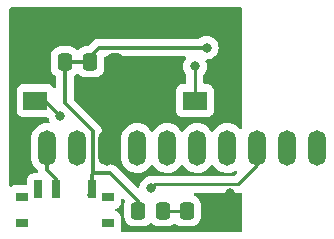
<source format=gbr>
%TF.GenerationSoftware,KiCad,Pcbnew,7.0.2-1.fc38*%
%TF.CreationDate,2023-05-30T15:06:55+02:00*%
%TF.ProjectId,marauder_mini_pcb,6d617261-7564-4657-925f-6d696e695f70,rev?*%
%TF.SameCoordinates,Original*%
%TF.FileFunction,Copper,L2,Bot*%
%TF.FilePolarity,Positive*%
%FSLAX46Y46*%
G04 Gerber Fmt 4.6, Leading zero omitted, Abs format (unit mm)*
G04 Created by KiCad (PCBNEW 7.0.2-1.fc38) date 2023-05-30 15:06:55*
%MOMM*%
%LPD*%
G01*
G04 APERTURE LIST*
G04 Aperture macros list*
%AMRoundRect*
0 Rectangle with rounded corners*
0 $1 Rounding radius*
0 $2 $3 $4 $5 $6 $7 $8 $9 X,Y pos of 4 corners*
0 Add a 4 corners polygon primitive as box body*
4,1,4,$2,$3,$4,$5,$6,$7,$8,$9,$2,$3,0*
0 Add four circle primitives for the rounded corners*
1,1,$1+$1,$2,$3*
1,1,$1+$1,$4,$5*
1,1,$1+$1,$6,$7*
1,1,$1+$1,$8,$9*
0 Add four rect primitives between the rounded corners*
20,1,$1+$1,$2,$3,$4,$5,0*
20,1,$1+$1,$4,$5,$6,$7,0*
20,1,$1+$1,$6,$7,$8,$9,0*
20,1,$1+$1,$8,$9,$2,$3,0*%
G04 Aperture macros list end*
%TA.AperFunction,ComponentPad*%
%ADD10O,1.500000X3.000000*%
%TD*%
%TA.AperFunction,SMDPad,CuDef*%
%ADD11R,2.000000X1.600000*%
%TD*%
%TA.AperFunction,SMDPad,CuDef*%
%ADD12RoundRect,0.250000X0.337500X0.475000X-0.337500X0.475000X-0.337500X-0.475000X0.337500X-0.475000X0*%
%TD*%
%TA.AperFunction,SMDPad,CuDef*%
%ADD13R,1.000000X0.800000*%
%TD*%
%TA.AperFunction,SMDPad,CuDef*%
%ADD14R,0.700000X1.500000*%
%TD*%
%TA.AperFunction,SMDPad,CuDef*%
%ADD15RoundRect,0.250000X-0.337500X-0.475000X0.337500X-0.475000X0.337500X0.475000X-0.337500X0.475000X0*%
%TD*%
%TA.AperFunction,ViaPad*%
%ADD16C,0.800000*%
%TD*%
%TA.AperFunction,Conductor*%
%ADD17C,0.250000*%
%TD*%
%TA.AperFunction,Conductor*%
%ADD18C,0.300000*%
%TD*%
G04 APERTURE END LIST*
D10*
%TO.P,J1,1,Pin_1*%
%TO.N,unconnected-(J1-Pin_1-Pad1)*%
X76560000Y-62400000D03*
%TO.P,J1,2,Pin_2*%
%TO.N,unconnected-(J1-Pin_2-Pad2)*%
X74020000Y-62400000D03*
%TO.P,J1,3,Pin_3*%
%TO.N,Net-(J1-Pin_3)*%
X71480000Y-62400000D03*
%TO.P,J1,4,Pin_4*%
%TO.N,Net-(J1-Pin_4)*%
X68940000Y-62400000D03*
%TO.P,J1,5,Pin_5*%
%TO.N,Net-(J1-Pin_5)*%
X66400000Y-62400000D03*
%TO.P,J1,6,Pin_6*%
%TO.N,Net-(J1-Pin_6)*%
X63860000Y-62400000D03*
%TO.P,J1,7,Pin_7*%
%TO.N,unconnected-(J1-Pin_7-Pad7)*%
X61320000Y-62400000D03*
%TO.P,J1,8,Pin_8*%
%TO.N,GND*%
X58780000Y-62400000D03*
%TO.P,J1,9,Pin_9*%
%TO.N,unconnected-(J1-Pin_9-Pad9)*%
X56240000Y-62400000D03*
%TO.P,J1,10,Pin_10*%
%TO.N,Net-(J1-Pin_10)*%
X53700000Y-62400000D03*
%TD*%
D11*
%TO.P,SW3,1,1*%
%TO.N,GND*%
X60800000Y-58400000D03*
%TO.P,SW3,2,2*%
%TO.N,Net-(U1-EN)*%
X66200000Y-58400000D03*
%TD*%
D12*
%TO.P,LED,1,K*%
%TO.N,GND*%
X67575000Y-67700000D03*
%TO.P,LED,2,A*%
%TO.N,Net-(D1-A)*%
X65500000Y-67700000D03*
%TD*%
D11*
%TO.P,SW2,1,1*%
%TO.N,Net-(U1-IO0)*%
X52700000Y-58400000D03*
%TO.P,SW2,2,2*%
%TO.N,GND*%
X58100000Y-58400000D03*
%TD*%
D12*
%TO.P,C1,1*%
%TO.N,Net-(SW1-A)*%
X55200000Y-55100000D03*
%TO.P,C1,2*%
%TO.N,GND*%
X53125000Y-55100000D03*
%TD*%
D13*
%TO.P,SW1,*%
%TO.N,*%
X58850000Y-68760000D03*
X58850000Y-66550000D03*
X51550000Y-68760000D03*
X51550000Y-66550000D03*
D14*
%TO.P,SW1,1,A*%
%TO.N,Net-(SW1-A)*%
X57450000Y-65900000D03*
%TO.P,SW1,2,B*%
%TO.N,Net-(J1-Pin_10)*%
X54450000Y-65900000D03*
%TO.P,SW1,3,C*%
%TO.N,unconnected-(SW1-C-Pad3)*%
X52950000Y-65900000D03*
%TD*%
D15*
%TO.P,C2,1*%
%TO.N,Net-(SW1-A)*%
X57325000Y-55100000D03*
%TO.P,C2,2*%
%TO.N,GND*%
X59400000Y-55100000D03*
%TD*%
D12*
%TO.P,R1,1*%
%TO.N,Net-(D1-A)*%
X63500000Y-67700000D03*
%TO.P,R1,2*%
%TO.N,Net-(SW1-A)*%
X61425000Y-67700000D03*
%TD*%
D16*
%TO.N,GND*%
X62300000Y-55300000D03*
X69200000Y-66200000D03*
X53100000Y-53400000D03*
%TO.N,Net-(J1-Pin_3)*%
X62500000Y-65800000D03*
%TO.N,Net-(SW1-A)*%
X67200000Y-53900000D03*
%TO.N,Net-(U1-IO0)*%
X54800000Y-59700000D03*
%TO.N,Net-(U1-EN)*%
X66200000Y-55500000D03*
%TD*%
D17*
%TO.N,Net-(D1-A)*%
X63500000Y-67700000D02*
X65500000Y-67700000D01*
D18*
%TO.N,Net-(J1-Pin_10)*%
X53700000Y-64300000D02*
X53700000Y-62400000D01*
X54450000Y-65900000D02*
X54450000Y-65050000D01*
X54450000Y-65050000D02*
X53700000Y-64300000D01*
D17*
%TO.N,Net-(J1-Pin_3)*%
X71480000Y-63820000D02*
X71480000Y-62400000D01*
X62500000Y-65800000D02*
X62825000Y-65475000D01*
X69825000Y-65475000D02*
X71480000Y-63820000D01*
X71480000Y-62400000D02*
X71480000Y-61480000D01*
X62825000Y-65475000D02*
X69825000Y-65475000D01*
D18*
%TO.N,Net-(SW1-A)*%
X57600000Y-64540000D02*
X57450000Y-64690000D01*
X57600000Y-64540000D02*
X57600000Y-61000000D01*
X57325000Y-54675000D02*
X57325000Y-55100000D01*
X55200000Y-55100000D02*
X57325000Y-55100000D01*
X58100000Y-53900000D02*
X57325000Y-54675000D01*
X55200000Y-58600000D02*
X55200000Y-55100000D01*
X57450000Y-64690000D02*
X57450000Y-65900000D01*
X57600000Y-61000000D02*
X55200000Y-58600000D01*
X61425000Y-66925000D02*
X61425000Y-67700000D01*
X67200000Y-53900000D02*
X58100000Y-53900000D01*
X57600000Y-64540000D02*
X59040000Y-64540000D01*
X59040000Y-64540000D02*
X61425000Y-66925000D01*
X57250000Y-66340000D02*
X57340000Y-66250000D01*
D17*
%TO.N,Net-(U1-IO0)*%
X53500000Y-58400000D02*
X54800000Y-59700000D01*
X52700000Y-58400000D02*
X53500000Y-58400000D01*
%TO.N,Net-(U1-EN)*%
X66200000Y-58400000D02*
X66200000Y-55500000D01*
%TD*%
%TA.AperFunction,Conductor*%
%TO.N,GND*%
G36*
X70143039Y-50519685D02*
G01*
X70188794Y-50572489D01*
X70200000Y-50624000D01*
X70200000Y-60701663D01*
X70180315Y-60768702D01*
X70127511Y-60814457D01*
X70058353Y-60824401D01*
X69994797Y-60795376D01*
X69986385Y-60786050D01*
X69986166Y-60786270D01*
X69811404Y-60611508D01*
X69811401Y-60611505D01*
X69617830Y-60475965D01*
X69403663Y-60376097D01*
X69342501Y-60359709D01*
X69175407Y-60314936D01*
X68940000Y-60294340D01*
X68704592Y-60314936D01*
X68476336Y-60376097D01*
X68262170Y-60475965D01*
X68068598Y-60611505D01*
X67901505Y-60778598D01*
X67771575Y-60964159D01*
X67716998Y-61007784D01*
X67647500Y-61014978D01*
X67585145Y-60983455D01*
X67568425Y-60964159D01*
X67485654Y-60845949D01*
X67438495Y-60778599D01*
X67271401Y-60611505D01*
X67077830Y-60475965D01*
X66863663Y-60376097D01*
X66802501Y-60359709D01*
X66635407Y-60314936D01*
X66400000Y-60294340D01*
X66164592Y-60314936D01*
X65936336Y-60376097D01*
X65722170Y-60475965D01*
X65528598Y-60611505D01*
X65361505Y-60778598D01*
X65231575Y-60964159D01*
X65176998Y-61007784D01*
X65107500Y-61014978D01*
X65045145Y-60983455D01*
X65028425Y-60964159D01*
X64945654Y-60845949D01*
X64898495Y-60778599D01*
X64731401Y-60611505D01*
X64537830Y-60475965D01*
X64323663Y-60376097D01*
X64262501Y-60359709D01*
X64095407Y-60314936D01*
X63859999Y-60294340D01*
X63624592Y-60314936D01*
X63396336Y-60376097D01*
X63182170Y-60475965D01*
X62988598Y-60611505D01*
X62821505Y-60778598D01*
X62691575Y-60964159D01*
X62636998Y-61007784D01*
X62567500Y-61014978D01*
X62505145Y-60983455D01*
X62488425Y-60964159D01*
X62405654Y-60845949D01*
X62358495Y-60778599D01*
X62191401Y-60611505D01*
X61997830Y-60475965D01*
X61783663Y-60376097D01*
X61722501Y-60359709D01*
X61555407Y-60314936D01*
X61320000Y-60294340D01*
X61084592Y-60314936D01*
X60856336Y-60376097D01*
X60642170Y-60475965D01*
X60448598Y-60611505D01*
X60281505Y-60778598D01*
X60145965Y-60972170D01*
X60046097Y-61186336D01*
X59984936Y-61414592D01*
X59969736Y-61588332D01*
X59969500Y-61591034D01*
X59969500Y-63208966D01*
X59969735Y-63211659D01*
X59969736Y-63211667D01*
X59984936Y-63385407D01*
X60046097Y-63613662D01*
X60046097Y-63613663D01*
X60145965Y-63827829D01*
X60281505Y-64021401D01*
X60448599Y-64188495D01*
X60642170Y-64324035D01*
X60856337Y-64423903D01*
X61044256Y-64474255D01*
X61084592Y-64485063D01*
X61319999Y-64505659D01*
X61319999Y-64505658D01*
X61320000Y-64505659D01*
X61555408Y-64485063D01*
X61783663Y-64423903D01*
X61997829Y-64324035D01*
X62191401Y-64188495D01*
X62358495Y-64021401D01*
X62488426Y-63835838D01*
X62543002Y-63792215D01*
X62612500Y-63785021D01*
X62674855Y-63816544D01*
X62691571Y-63835836D01*
X62821505Y-64021401D01*
X62988599Y-64188495D01*
X63182170Y-64324035D01*
X63396337Y-64423903D01*
X63584256Y-64474255D01*
X63624592Y-64485063D01*
X63817853Y-64501972D01*
X63859656Y-64518323D01*
X63878019Y-64506523D01*
X63902147Y-64501972D01*
X64065001Y-64487723D01*
X64095408Y-64485063D01*
X64323663Y-64423903D01*
X64537829Y-64324035D01*
X64731401Y-64188495D01*
X64898495Y-64021401D01*
X65028426Y-63835840D01*
X65083002Y-63792216D01*
X65152500Y-63785022D01*
X65214855Y-63816545D01*
X65231575Y-63835841D01*
X65361504Y-64021401D01*
X65361505Y-64021401D01*
X65528599Y-64188495D01*
X65722170Y-64324035D01*
X65936337Y-64423903D01*
X66124256Y-64474255D01*
X66164592Y-64485063D01*
X66357853Y-64501972D01*
X66399656Y-64518323D01*
X66418019Y-64506523D01*
X66442147Y-64501972D01*
X66605001Y-64487723D01*
X66635408Y-64485063D01*
X66863663Y-64423903D01*
X67077829Y-64324035D01*
X67271401Y-64188495D01*
X67438495Y-64021401D01*
X67568426Y-63835838D01*
X67623002Y-63792215D01*
X67692500Y-63785021D01*
X67754855Y-63816544D01*
X67771571Y-63835836D01*
X67901505Y-64021401D01*
X68068599Y-64188495D01*
X68262170Y-64324035D01*
X68476337Y-64423903D01*
X68664256Y-64474255D01*
X68704592Y-64485063D01*
X68897853Y-64501972D01*
X68939656Y-64518323D01*
X68958019Y-64506523D01*
X68982147Y-64501972D01*
X69145001Y-64487723D01*
X69175408Y-64485063D01*
X69403663Y-64423903D01*
X69602798Y-64331044D01*
X69671870Y-64320553D01*
X69735654Y-64349072D01*
X69773894Y-64407548D01*
X69774449Y-64477416D01*
X69742880Y-64531108D01*
X69692645Y-64581344D01*
X69560806Y-64713182D01*
X69499486Y-64746666D01*
X69473127Y-64749500D01*
X68992954Y-64749500D01*
X68937713Y-64733279D01*
X68911478Y-64747069D01*
X68887046Y-64749500D01*
X66452954Y-64749500D01*
X66397713Y-64733279D01*
X66371478Y-64747069D01*
X66347046Y-64749500D01*
X63912954Y-64749500D01*
X63857713Y-64733279D01*
X63831478Y-64747069D01*
X63807046Y-64749500D01*
X62886887Y-64749500D01*
X62868917Y-64748191D01*
X62856287Y-64746341D01*
X62846244Y-64744870D01*
X62846243Y-64744870D01*
X62798716Y-64749028D01*
X62787909Y-64749500D01*
X62782744Y-64749500D01*
X62779183Y-64749916D01*
X62779168Y-64749917D01*
X62753041Y-64752971D01*
X62749456Y-64753337D01*
X62675758Y-64759785D01*
X62657997Y-64763722D01*
X62588498Y-64789017D01*
X62585099Y-64790199D01*
X62580208Y-64791820D01*
X62529046Y-64797519D01*
X62500001Y-64794658D01*
X62303866Y-64813976D01*
X62115273Y-64871185D01*
X61941463Y-64964089D01*
X61789117Y-65089117D01*
X61664089Y-65241463D01*
X61571185Y-65415273D01*
X61513976Y-65603866D01*
X61508405Y-65660427D01*
X61482244Y-65725214D01*
X61425209Y-65765573D01*
X61355409Y-65768689D01*
X61297321Y-65735953D01*
X59615728Y-64054360D01*
X59603946Y-64040727D01*
X59589609Y-64021469D01*
X59551666Y-63989631D01*
X59543691Y-63982323D01*
X59542329Y-63980961D01*
X59539777Y-63978409D01*
X59515444Y-63959169D01*
X59512647Y-63956890D01*
X59454251Y-63907890D01*
X59437821Y-63897422D01*
X59368691Y-63865186D01*
X59365447Y-63863615D01*
X59297306Y-63829394D01*
X59278903Y-63822997D01*
X59204211Y-63807574D01*
X59200692Y-63806794D01*
X59126490Y-63789208D01*
X59107121Y-63787229D01*
X59030869Y-63789448D01*
X59027263Y-63789500D01*
X58474500Y-63789500D01*
X58407461Y-63769815D01*
X58361706Y-63717011D01*
X58350500Y-63665500D01*
X58350500Y-61063705D01*
X58351809Y-61045735D01*
X58355289Y-61021977D01*
X58350970Y-60972623D01*
X58350499Y-60961804D01*
X58350500Y-60956291D01*
X58346903Y-60925520D01*
X58346536Y-60921929D01*
X58339889Y-60845949D01*
X58335672Y-60826930D01*
X58331132Y-60814457D01*
X58309591Y-60755273D01*
X58308408Y-60751868D01*
X58292990Y-60705341D01*
X58284814Y-60680666D01*
X58284812Y-60680663D01*
X58284415Y-60679464D01*
X58275929Y-60661936D01*
X58275237Y-60660884D01*
X58275237Y-60660883D01*
X58234001Y-60598188D01*
X58232086Y-60595181D01*
X58192712Y-60531345D01*
X58192711Y-60531344D01*
X58192048Y-60530269D01*
X58179748Y-60515170D01*
X58124272Y-60462831D01*
X58121685Y-60460318D01*
X55986819Y-58325451D01*
X55953334Y-58264128D01*
X55950500Y-58237770D01*
X55950500Y-56393646D01*
X55970185Y-56326607D01*
X55996812Y-56296999D01*
X55998248Y-56295844D01*
X55998253Y-56295842D01*
X56142440Y-56179940D01*
X56165853Y-56150812D01*
X56223196Y-56110894D01*
X56293018Y-56108314D01*
X56353151Y-56143893D01*
X56359144Y-56150809D01*
X56382560Y-56179940D01*
X56526747Y-56295842D01*
X56692479Y-56378037D01*
X56872005Y-56422683D01*
X56913546Y-56425500D01*
X56915644Y-56425500D01*
X57734356Y-56425500D01*
X57736454Y-56425500D01*
X57777995Y-56422683D01*
X57957521Y-56378037D01*
X58123253Y-56295842D01*
X58267440Y-56179940D01*
X58383342Y-56035753D01*
X58465537Y-55870021D01*
X58510183Y-55690495D01*
X58513000Y-55648954D01*
X58513000Y-54774499D01*
X58532685Y-54707461D01*
X58585489Y-54661706D01*
X58637000Y-54650500D01*
X65340701Y-54650500D01*
X65407740Y-54670185D01*
X65453495Y-54722989D01*
X65463439Y-54792147D01*
X65436554Y-54853165D01*
X65364089Y-54941462D01*
X65271185Y-55115273D01*
X65213976Y-55303866D01*
X65194659Y-55500000D01*
X65213976Y-55696133D01*
X65271185Y-55884726D01*
X65364089Y-56058537D01*
X65446353Y-56158775D01*
X65473666Y-56223085D01*
X65474500Y-56237440D01*
X65474499Y-56875500D01*
X65454814Y-56942540D01*
X65402010Y-56988294D01*
X65350500Y-56999500D01*
X65164694Y-56999500D01*
X65164678Y-56999500D01*
X65160640Y-56999501D01*
X65156627Y-57000029D01*
X65156615Y-57000030D01*
X65043239Y-57014955D01*
X64897158Y-57075464D01*
X64771717Y-57171717D01*
X64675463Y-57297159D01*
X64614956Y-57443237D01*
X64614956Y-57443238D01*
X64599500Y-57560639D01*
X64599500Y-57564691D01*
X64599500Y-57564692D01*
X64599500Y-59235305D01*
X64599500Y-59235320D01*
X64599501Y-59239360D01*
X64600029Y-59243373D01*
X64600030Y-59243384D01*
X64614955Y-59356760D01*
X64675464Y-59502841D01*
X64771717Y-59628282D01*
X64897158Y-59724535D01*
X64897159Y-59724536D01*
X65043238Y-59785044D01*
X65160639Y-59800500D01*
X67239360Y-59800499D01*
X67356762Y-59785044D01*
X67502841Y-59724536D01*
X67628282Y-59628282D01*
X67724536Y-59502841D01*
X67785044Y-59356762D01*
X67800500Y-59239361D01*
X67800499Y-57560640D01*
X67785044Y-57443238D01*
X67724536Y-57297159D01*
X67669201Y-57225045D01*
X67628282Y-57171717D01*
X67502840Y-57075463D01*
X67356762Y-57014956D01*
X67243380Y-57000029D01*
X67243378Y-57000028D01*
X67239361Y-56999500D01*
X67235308Y-56999500D01*
X67049500Y-56999500D01*
X66982461Y-56979815D01*
X66936706Y-56927011D01*
X66925500Y-56875500D01*
X66925500Y-56237440D01*
X66945185Y-56170401D01*
X66953647Y-56158775D01*
X66992942Y-56110894D01*
X67035910Y-56058538D01*
X67128814Y-55884727D01*
X67186024Y-55696132D01*
X67205341Y-55500000D01*
X67186024Y-55303868D01*
X67128814Y-55115273D01*
X67113254Y-55086163D01*
X67099014Y-55017763D01*
X67124014Y-54952519D01*
X67180320Y-54911149D01*
X67210455Y-54904311D01*
X67396132Y-54886024D01*
X67584727Y-54828814D01*
X67758538Y-54735910D01*
X67910883Y-54610883D01*
X68035910Y-54458538D01*
X68128814Y-54284727D01*
X68186024Y-54096132D01*
X68205341Y-53900000D01*
X68186024Y-53703868D01*
X68128814Y-53515273D01*
X68035910Y-53341462D01*
X67910883Y-53189117D01*
X67758538Y-53064090D01*
X67736091Y-53052092D01*
X67584726Y-52971185D01*
X67396133Y-52913976D01*
X67200000Y-52894659D01*
X67003866Y-52913976D01*
X66815273Y-52971185D01*
X66641462Y-53064089D01*
X66571687Y-53121353D01*
X66507377Y-53148666D01*
X66493022Y-53149500D01*
X58163707Y-53149500D01*
X58145738Y-53148191D01*
X58121977Y-53144711D01*
X58072631Y-53149028D01*
X58061824Y-53149500D01*
X58056291Y-53149500D01*
X58052730Y-53149916D01*
X58052715Y-53149917D01*
X58025501Y-53153098D01*
X58021916Y-53153464D01*
X57945961Y-53160109D01*
X57926921Y-53164330D01*
X57855232Y-53190421D01*
X57851831Y-53191603D01*
X57779474Y-53215580D01*
X57761927Y-53224075D01*
X57698221Y-53265975D01*
X57695181Y-53267912D01*
X57630280Y-53307944D01*
X57615165Y-53320256D01*
X57562832Y-53375725D01*
X57560320Y-53378311D01*
X57200451Y-53738181D01*
X57139128Y-53771666D01*
X57112770Y-53774500D01*
X56913546Y-53774500D01*
X56911479Y-53774640D01*
X56911454Y-53774641D01*
X56872005Y-53777316D01*
X56692477Y-53821963D01*
X56526748Y-53904157D01*
X56382559Y-54020061D01*
X56359146Y-54049188D01*
X56301802Y-54089106D01*
X56231980Y-54091684D01*
X56171848Y-54056105D01*
X56165854Y-54049188D01*
X56165661Y-54048948D01*
X56142440Y-54020060D01*
X55998253Y-53904158D01*
X55989869Y-53900000D01*
X55832522Y-53821963D01*
X55652994Y-53777316D01*
X55613545Y-53774641D01*
X55613521Y-53774640D01*
X55611454Y-53774500D01*
X54788546Y-53774500D01*
X54786479Y-53774640D01*
X54786454Y-53774641D01*
X54747005Y-53777316D01*
X54567477Y-53821963D01*
X54401748Y-53904157D01*
X54257560Y-54020060D01*
X54141657Y-54164248D01*
X54059463Y-54329977D01*
X54014816Y-54509505D01*
X54012141Y-54548954D01*
X54012140Y-54548979D01*
X54012000Y-54551046D01*
X54012000Y-55648954D01*
X54012140Y-55651021D01*
X54012141Y-55651045D01*
X54014816Y-55690494D01*
X54059463Y-55870021D01*
X54141658Y-56035753D01*
X54257560Y-56179940D01*
X54401747Y-56295842D01*
X54401751Y-56295844D01*
X54403188Y-56296999D01*
X54443106Y-56354342D01*
X54449500Y-56393646D01*
X54449500Y-57225045D01*
X54429815Y-57292084D01*
X54377011Y-57337839D01*
X54307853Y-57347783D01*
X54244297Y-57318758D01*
X54227124Y-57300531D01*
X54128282Y-57171717D01*
X54002840Y-57075463D01*
X53856762Y-57014956D01*
X53743380Y-57000029D01*
X53743378Y-57000028D01*
X53739361Y-56999500D01*
X53735307Y-56999500D01*
X51664694Y-56999500D01*
X51664678Y-56999500D01*
X51660640Y-56999501D01*
X51656627Y-57000029D01*
X51656615Y-57000030D01*
X51543239Y-57014955D01*
X51397158Y-57075464D01*
X51271717Y-57171717D01*
X51175463Y-57297159D01*
X51114956Y-57443237D01*
X51114956Y-57443238D01*
X51099500Y-57560639D01*
X51099500Y-57564691D01*
X51099500Y-57564692D01*
X51099500Y-59235305D01*
X51099500Y-59235320D01*
X51099501Y-59239360D01*
X51100029Y-59243373D01*
X51100030Y-59243384D01*
X51114955Y-59356760D01*
X51175464Y-59502841D01*
X51271717Y-59628282D01*
X51397159Y-59724535D01*
X51397159Y-59724536D01*
X51543238Y-59785044D01*
X51660639Y-59800500D01*
X53693001Y-59800499D01*
X53760040Y-59820184D01*
X53805795Y-59872987D01*
X53811661Y-59888503D01*
X53871185Y-60084726D01*
X53889183Y-60118397D01*
X53903425Y-60186800D01*
X53878425Y-60252044D01*
X53822119Y-60293414D01*
X53769019Y-60300378D01*
X53700001Y-60294340D01*
X53464592Y-60314936D01*
X53236336Y-60376097D01*
X53022170Y-60475965D01*
X52828598Y-60611505D01*
X52661505Y-60778598D01*
X52525965Y-60972170D01*
X52426097Y-61186336D01*
X52364936Y-61414592D01*
X52349736Y-61588332D01*
X52349500Y-61591034D01*
X52349500Y-63208966D01*
X52349735Y-63211659D01*
X52349736Y-63211667D01*
X52364936Y-63385407D01*
X52426097Y-63613663D01*
X52525965Y-63827829D01*
X52661505Y-64021401D01*
X52828598Y-64188494D01*
X52896578Y-64236094D01*
X52940203Y-64290671D01*
X52948969Y-64326706D01*
X52949014Y-64327213D01*
X52949500Y-64338176D01*
X52949500Y-64343709D01*
X52949916Y-64347272D01*
X52949917Y-64347282D01*
X52953098Y-64374496D01*
X52953464Y-64378083D01*
X52956667Y-64414693D01*
X52942900Y-64483193D01*
X52894285Y-64533376D01*
X52833139Y-64549500D01*
X52564694Y-64549500D01*
X52564678Y-64549500D01*
X52560640Y-64549501D01*
X52556627Y-64550029D01*
X52556615Y-64550030D01*
X52443239Y-64564955D01*
X52297158Y-64625464D01*
X52171717Y-64721717D01*
X52075463Y-64847159D01*
X52014956Y-64993237D01*
X52014956Y-64993238D01*
X51999500Y-65110639D01*
X51999500Y-65114692D01*
X51999500Y-65425500D01*
X51979815Y-65492539D01*
X51927011Y-65538294D01*
X51875500Y-65549500D01*
X51014694Y-65549500D01*
X51014678Y-65549500D01*
X51010640Y-65549501D01*
X51006627Y-65550029D01*
X51006615Y-65550030D01*
X50893239Y-65564955D01*
X50747158Y-65625464D01*
X50699486Y-65662044D01*
X50634317Y-65687238D01*
X50565872Y-65673199D01*
X50515882Y-65624385D01*
X50500000Y-65563668D01*
X50500000Y-50624000D01*
X50519685Y-50556961D01*
X50572489Y-50511206D01*
X50624000Y-50500000D01*
X70076000Y-50500000D01*
X70143039Y-50519685D01*
G37*
%TD.AperFunction*%
%TA.AperFunction,Conductor*%
G36*
X70164373Y-66200678D02*
G01*
X70197371Y-66262264D01*
X70200000Y-66287662D01*
X70200000Y-69376000D01*
X70180315Y-69443039D01*
X70127511Y-69488794D01*
X70076000Y-69500000D01*
X60044723Y-69500000D01*
X59977684Y-69480315D01*
X59931929Y-69427511D01*
X59921985Y-69358353D01*
X59930162Y-69328548D01*
X59935044Y-69316762D01*
X59950500Y-69199361D01*
X59950499Y-68320640D01*
X59935044Y-68203238D01*
X59874536Y-68057159D01*
X59852139Y-68027971D01*
X59778282Y-67931717D01*
X59652841Y-67835464D01*
X59493737Y-67769561D01*
X59439334Y-67725720D01*
X59417269Y-67659426D01*
X59434548Y-67591727D01*
X59485685Y-67544116D01*
X59493737Y-67540439D01*
X59506761Y-67535044D01*
X59506762Y-67535044D01*
X59652841Y-67474536D01*
X59778282Y-67378282D01*
X59874536Y-67252841D01*
X59935044Y-67106762D01*
X59950500Y-66989361D01*
X59950499Y-66811227D01*
X59970183Y-66744190D01*
X60022987Y-66698435D01*
X60092145Y-66688491D01*
X60155701Y-66717516D01*
X60162180Y-66723548D01*
X60251649Y-66813017D01*
X60285134Y-66874340D01*
X60284303Y-66930622D01*
X60274993Y-66968058D01*
X60239816Y-67109505D01*
X60237141Y-67148954D01*
X60237140Y-67148979D01*
X60237000Y-67151046D01*
X60237000Y-68248954D01*
X60237140Y-68251021D01*
X60237141Y-68251045D01*
X60239816Y-68290494D01*
X60257226Y-68360500D01*
X60284463Y-68470021D01*
X60366658Y-68635753D01*
X60482560Y-68779940D01*
X60626747Y-68895842D01*
X60792479Y-68978037D01*
X60972005Y-69022683D01*
X61013546Y-69025500D01*
X61015644Y-69025500D01*
X61834356Y-69025500D01*
X61836454Y-69025500D01*
X61877995Y-69022683D01*
X62057521Y-68978037D01*
X62223253Y-68895842D01*
X62367440Y-68779940D01*
X62367441Y-68779937D01*
X62377950Y-68771491D01*
X62378981Y-68772774D01*
X62423194Y-68741996D01*
X62493016Y-68739415D01*
X62553149Y-68774992D01*
X62557153Y-68779612D01*
X62557558Y-68779937D01*
X62557560Y-68779940D01*
X62701747Y-68895842D01*
X62867479Y-68978037D01*
X63047005Y-69022683D01*
X63088546Y-69025500D01*
X63090644Y-69025500D01*
X63909356Y-69025500D01*
X63911454Y-69025500D01*
X63952995Y-69022683D01*
X64132521Y-68978037D01*
X64298253Y-68895842D01*
X64422313Y-68796118D01*
X64486896Y-68769460D01*
X64555641Y-68781950D01*
X64577684Y-68796116D01*
X64701747Y-68895842D01*
X64867479Y-68978037D01*
X65047005Y-69022683D01*
X65088546Y-69025500D01*
X65090644Y-69025500D01*
X65909356Y-69025500D01*
X65911454Y-69025500D01*
X65952995Y-69022683D01*
X66132521Y-68978037D01*
X66298253Y-68895842D01*
X66442440Y-68779940D01*
X66558342Y-68635753D01*
X66640537Y-68470021D01*
X66685183Y-68290495D01*
X66688000Y-68248954D01*
X66688000Y-67151046D01*
X66685183Y-67109505D01*
X66640537Y-66929979D01*
X66558342Y-66764247D01*
X66442440Y-66620060D01*
X66298253Y-66504158D01*
X66298249Y-66504156D01*
X66159994Y-66435588D01*
X66108681Y-66388167D01*
X66091152Y-66320532D01*
X66112971Y-66254157D01*
X66167212Y-66210115D01*
X66215088Y-66200500D01*
X69763113Y-66200500D01*
X69781083Y-66201809D01*
X69782745Y-66202052D01*
X69803756Y-66205130D01*
X69851283Y-66200972D01*
X69862091Y-66200500D01*
X69863647Y-66200500D01*
X69867256Y-66200500D01*
X69897010Y-66197021D01*
X69900497Y-66196665D01*
X69957949Y-66191640D01*
X69974253Y-66190214D01*
X69991992Y-66186281D01*
X70033588Y-66171141D01*
X70103317Y-66166708D01*
X70164373Y-66200678D01*
G37*
%TD.AperFunction*%
%TD*%
M02*

</source>
